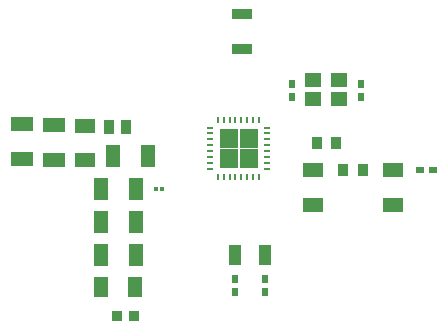
<source format=gbr>
G04 #@! TF.GenerationSoftware,KiCad,Pcbnew,(5.1.7)-1*
G04 #@! TF.CreationDate,2020-11-17T18:58:21-06:00*
G04 #@! TF.ProjectId,RFB,5246422e-6b69-4636-9164-5f7063625858,rev?*
G04 #@! TF.SameCoordinates,Original*
G04 #@! TF.FileFunction,Paste,Top*
G04 #@! TF.FilePolarity,Positive*
%FSLAX46Y46*%
G04 Gerber Fmt 4.6, Leading zero omitted, Abs format (unit mm)*
G04 Created by KiCad (PCBNEW (5.1.7)-1) date 2020-11-17 18:58:21*
%MOMM*%
%LPD*%
G01*
G04 APERTURE LIST*
%ADD10C,0.010000*%
%ADD11R,0.558800X0.660400*%
%ADD12R,1.210000X1.860000*%
%ADD13R,1.210000X1.770000*%
%ADD14R,1.730000X0.970000*%
%ADD15R,1.770000X1.210000*%
%ADD16R,1.800000X1.150000*%
%ADD17R,1.860000X1.210000*%
%ADD18R,0.660400X0.558800*%
%ADD19R,0.965200X0.939800*%
%ADD20R,0.900000X1.300000*%
%ADD21R,0.890000X1.110000*%
%ADD22R,0.380000X0.400000*%
%ADD23R,0.600000X0.250000*%
%ADD24R,0.250000X0.600000*%
%ADD25R,1.000000X1.800000*%
%ADD26R,1.400000X1.200000*%
G04 APERTURE END LIST*
D10*
G04 #@! TO.C,TxRxMCU1*
G36*
X126146400Y-68640800D02*
G01*
X124656400Y-68640800D01*
X124656400Y-67150800D01*
X126146400Y-67150800D01*
X126146400Y-68640800D01*
G37*
X126146400Y-68640800D02*
X124656400Y-68640800D01*
X124656400Y-67150800D01*
X126146400Y-67150800D01*
X126146400Y-68640800D01*
G36*
X124456400Y-68640800D02*
G01*
X122966400Y-68640800D01*
X122966400Y-67150800D01*
X124456400Y-67150800D01*
X124456400Y-68640800D01*
G37*
X124456400Y-68640800D02*
X122966400Y-68640800D01*
X122966400Y-67150800D01*
X124456400Y-67150800D01*
X124456400Y-68640800D01*
G36*
X126146400Y-66950800D02*
G01*
X124656400Y-66950800D01*
X124656400Y-65460800D01*
X126146400Y-65460800D01*
X126146400Y-66950800D01*
G37*
X126146400Y-66950800D02*
X124656400Y-66950800D01*
X124656400Y-65460800D01*
X126146400Y-65460800D01*
X126146400Y-66950800D01*
G36*
X124456400Y-66950800D02*
G01*
X122966400Y-66950800D01*
X122966400Y-65460800D01*
X124456400Y-65460800D01*
X124456400Y-66950800D01*
G37*
X124456400Y-66950800D02*
X122966400Y-66950800D01*
X122966400Y-65460800D01*
X124456400Y-65460800D01*
X124456400Y-66950800D01*
G04 #@! TD*
D11*
G04 #@! TO.C,C16*
X129070400Y-62687900D03*
X129070400Y-61595700D03*
G04 #@! TD*
G04 #@! TO.C,C15*
X134912400Y-61595700D03*
X134912400Y-62687900D03*
G04 #@! TD*
D12*
G04 #@! TO.C,C1*
X112919400Y-70510800D03*
X115873400Y-70510800D03*
G04 #@! TD*
G04 #@! TO.C,C2*
X116868400Y-67745800D03*
X113914400Y-67745800D03*
G04 #@! TD*
G04 #@! TO.C,C3*
X115873400Y-73290800D03*
X112919400Y-73290800D03*
G04 #@! TD*
D13*
G04 #@! TO.C,C4*
X112938400Y-78770800D03*
X115794400Y-78770800D03*
G04 #@! TD*
D14*
G04 #@! TO.C,C5*
X124890400Y-55650800D03*
X124890400Y-58610800D03*
G04 #@! TD*
D12*
G04 #@! TO.C,C6*
X112909400Y-76060800D03*
X115863400Y-76060800D03*
G04 #@! TD*
D11*
G04 #@! TO.C,C7*
X126786400Y-78134700D03*
X126786400Y-79226900D03*
G04 #@! TD*
G04 #@! TO.C,C8*
X124236400Y-79226900D03*
X124236400Y-78134700D03*
G04 #@! TD*
D15*
G04 #@! TO.C,C9*
X111572400Y-65164800D03*
X111572400Y-68020800D03*
G04 #@! TD*
D16*
G04 #@! TO.C,C10*
X130909060Y-71882260D03*
X130909060Y-68882260D03*
G04 #@! TD*
D17*
G04 #@! TO.C,C11*
X108916400Y-65093800D03*
X108916400Y-68047800D03*
G04 #@! TD*
D16*
G04 #@! TO.C,C12*
X137634980Y-68877180D03*
X137634980Y-71877180D03*
G04 #@! TD*
D17*
G04 #@! TO.C,C13*
X106201400Y-67982800D03*
X106201400Y-65028800D03*
G04 #@! TD*
D18*
G04 #@! TO.C,C14*
X139928900Y-68875000D03*
X141021100Y-68875000D03*
G04 #@! TD*
D19*
G04 #@! TO.C,L1*
X115740700Y-81220800D03*
X114242100Y-81220800D03*
G04 #@! TD*
D20*
G04 #@! TO.C,L2*
X115016400Y-65270800D03*
X113566400Y-65270800D03*
G04 #@! TD*
D21*
G04 #@! TO.C,L3*
X131215200Y-66598800D03*
X132843200Y-66598800D03*
G04 #@! TD*
G04 #@! TO.C,L4*
X135075860Y-68874640D03*
X133447860Y-68874640D03*
G04 #@! TD*
D22*
G04 #@! TO.C,R1*
X118103400Y-70474800D03*
X117541400Y-70474800D03*
G04 #@! TD*
D23*
G04 #@! TO.C,TxRxMCU1*
X122156400Y-68800800D03*
X122156400Y-68300800D03*
X122156400Y-67800800D03*
X122156400Y-67300800D03*
X122156400Y-66800800D03*
X122156400Y-66300800D03*
X122156400Y-65800800D03*
X122156400Y-65300800D03*
X126956400Y-65300800D03*
X126956400Y-65800800D03*
X126956400Y-66300800D03*
X126956400Y-66800800D03*
X126956400Y-67300800D03*
X126956400Y-67800800D03*
X126956400Y-68300800D03*
X126956400Y-68800800D03*
D24*
X126306400Y-69450800D03*
X125806400Y-69450800D03*
X125306400Y-69450800D03*
X124806400Y-69450800D03*
X124306400Y-69450800D03*
X123806400Y-69450800D03*
X123306400Y-69450800D03*
X122806400Y-69450800D03*
X122806400Y-64650800D03*
X123306400Y-64650800D03*
X123806400Y-64650800D03*
X124306400Y-64650800D03*
X124806400Y-64650800D03*
X125306400Y-64650800D03*
X125806400Y-64650800D03*
X126306400Y-64650800D03*
G04 #@! TD*
D25*
G04 #@! TO.C,Y1*
X126786400Y-76130800D03*
X124286400Y-76130800D03*
G04 #@! TD*
D26*
G04 #@! TO.C,Y2*
X133048400Y-61303800D03*
X130848400Y-61303800D03*
X130848400Y-62903800D03*
X133048400Y-62903800D03*
G04 #@! TD*
M02*

</source>
